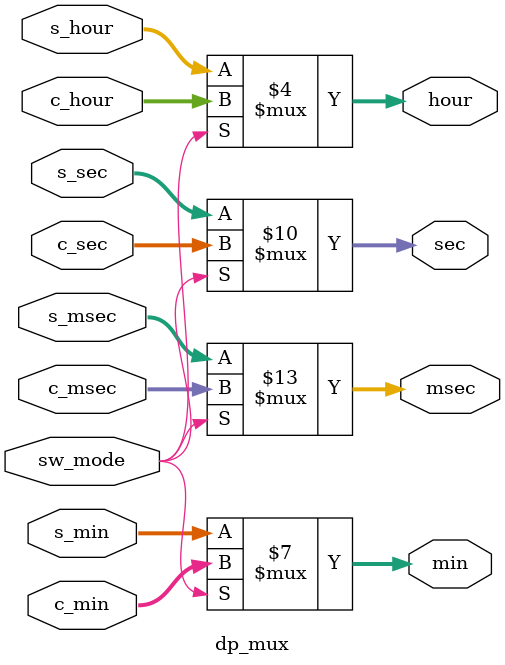
<source format=v>


module top_stopwatch (
    input clk,
    reset,
    btn_run_hour,
    btn_clear,
    btn_min,
    btn_sec,
    input [1:0]sw,

    output [3:0] fnd_comm,
    output [7:0] fnd_font,
    output [1:0] led
);

    wire w_btn_clear,w_btn_run_hour,w_btn_run,w_btn_hour,w_btn_min,w_btn_sec;
    wire w_run,w_clear; //control unit output
    wire [6:0]s_msec,s_sec,s_min,c_msec,c_sec,c_min,msec,sec,min;
    wire [4:0]s_hour,c_hour,hour;
    
    assign w_btn_run=w_btn_run_hour & (!sw[1]);
    assign w_btn_hour= w_btn_run_hour & (sw[1]);



    btn_debounce u_btn_debounce_RUN_STOP_HOUR(
        .i_btn(btn_run_hour), 
        .clk(clk), 
        .reset(reset),
        .o_btn(w_btn_run_hour)
    );

    btn_debounce u_btn_debounce_CLEAR(
        .i_btn(btn_clear), 
        .clk(clk), 
        .reset(reset),
        .o_btn(w_btn_clear)
    );

    btn_debounce u_btn_debounce_MIN(
        .i_btn(btn_min), 
        .clk(clk), 
        .reset(reset),
        .o_btn(w_btn_min)
    );

    btn_debounce u_btn_debounce_SEC(
        .i_btn(btn_sec), 
        .clk(clk), 
        .reset(reset),
        .o_btn(w_btn_sec)
    );

    clock_dp u_clock_dp(
        .clk(clk),
        .reset(reset),
        .i_sec(w_btn_sec),
        .i_min(w_btn_min),
        .i_hour(w_btn_hour),
        .msec(c_msec),
        .sec(c_sec),
        .min(c_min),
        .hour(c_hour)
    );


    stopwatch_dp u_stopwatch_dp(
        .clk(clk),
        .reset(reset),
        .run(w_run),
        .clear(w_clear),
        .msec(s_msec),
        .sec(s_sec),
        .min(s_min),
        .hour(s_hour)
    );



    stopwatch_cu u_control_unit (
        .clk(clk),
        .reset(reset),
        .i_btn_run(w_btn_run),
        .i_btn_clear(w_btn_clear),
        .o_run(w_run),
        .o_clear(w_clear)
    );

    fnd_controller u_fnd_controller (
        .clk(clk),
        .reset(reset),
        .sw_mode(sw[0]),
        .msec(msec),
        .sec(sec),
        .min(min),
        .hour(hour),
        .fnd_font(fnd_font),
        .fnd_comm(fnd_comm)
    );

    led_indicator u_led_indicator (
        .sw(sw[0]),
        .clk(clk),
        .reset(reset),
        .led(led)
    );

    dp_mux u_dp_mux(
        .s_hour(s_hour),
        .s_min(s_min),
        .s_msec(s_msec),
        .s_sec(s_sec),
        .c_hour(c_hour),
        .c_min(c_min),
        .c_msec(c_msec),
        .c_sec(c_sec),
        .msec(msec),
        .sec(sec),
        .min(min),
        .hour(hour),
        .sw_mode(sw[1])
      
    );




endmodule

module led_indicator (
    input sw,reset,clk,
    output reg [1:0] led
);
    always @(posedge clk or posedge reset) begin
    if (reset) begin
        led <= 2'b00;
    end else begin
        if (sw == 1) begin
            led <= 2'b10;
        end else begin
            led <= 2'b01;
        end
    end
end
endmodule  // ✅ end 추가



module dp_mux (
    input [6:0] s_msec, s_sec, s_min, c_msec, c_sec, c_min,
    input [4:0] s_hour, c_hour,
    input sw_mode,
    output reg [6:0] msec, sec, min,
    output reg [4:0] hour
);

    always @(*) begin
            // sw_mode에 따라 선택
            if (sw_mode == 0) begin
                msec <= s_msec;
                sec  <= s_sec;
                min  <= s_min;
                hour <= s_hour;
            end else begin
                msec <= c_msec;
                sec  <= c_sec;
                min  <= c_min;
                hour <= c_hour;
            end
        end

    
endmodule

</source>
